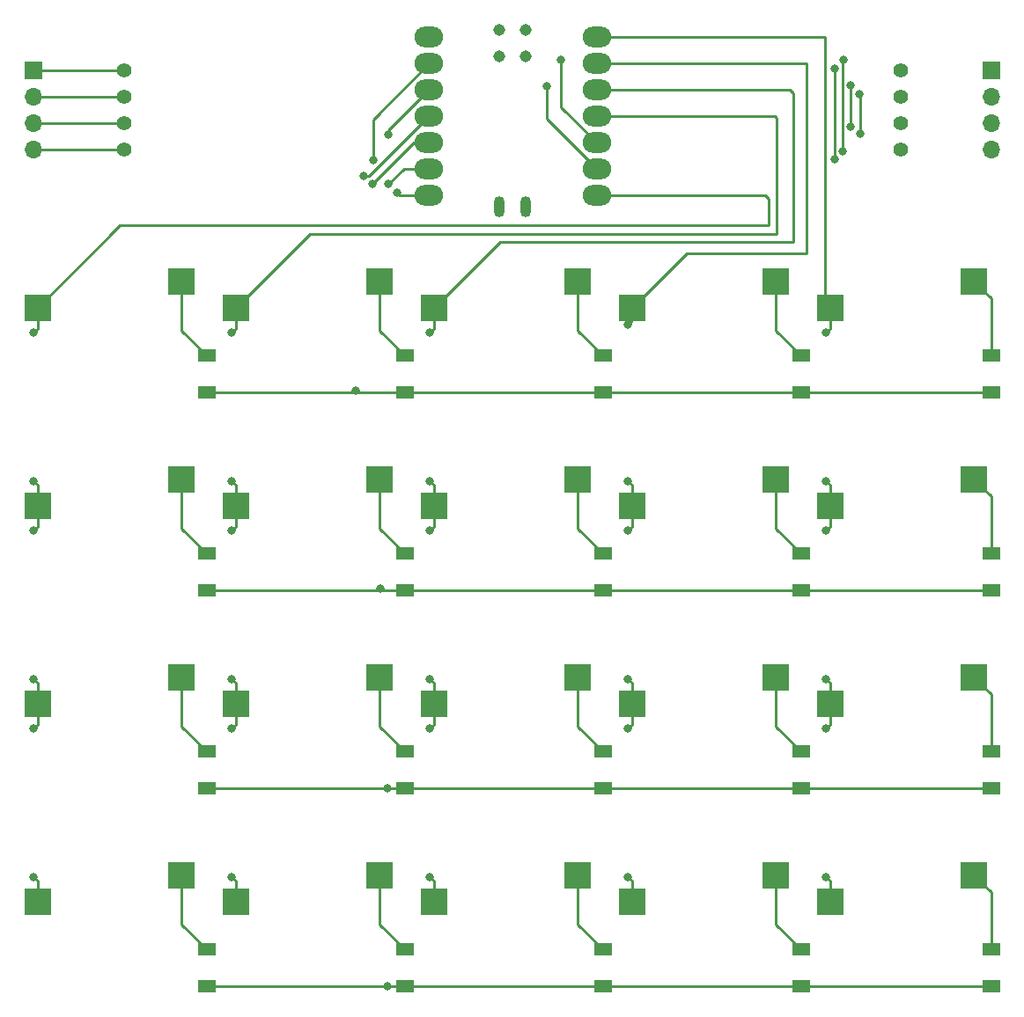
<source format=gbr>
%TF.GenerationSoftware,KiCad,Pcbnew,(6.0.4-0)*%
%TF.CreationDate,2022-07-24T18:31:06-05:00*%
%TF.ProjectId,beyblock20,62657962-6c6f-4636-9b32-302e6b696361,rev?*%
%TF.SameCoordinates,Original*%
%TF.FileFunction,Copper,L2,Bot*%
%TF.FilePolarity,Positive*%
%FSLAX46Y46*%
G04 Gerber Fmt 4.6, Leading zero omitted, Abs format (unit mm)*
G04 Created by KiCad (PCBNEW (6.0.4-0)) date 2022-07-24 18:31:06*
%MOMM*%
%LPD*%
G01*
G04 APERTURE LIST*
%TA.AperFunction,ComponentPad*%
%ADD10C,1.397000*%
%TD*%
%TA.AperFunction,SMDPad,CuDef*%
%ADD11O,2.748280X1.998980*%
%TD*%
%TA.AperFunction,SMDPad,CuDef*%
%ADD12O,1.016000X2.032000*%
%TD*%
%TA.AperFunction,SMDPad,CuDef*%
%ADD13C,1.143000*%
%TD*%
%TA.AperFunction,SMDPad,CuDef*%
%ADD14R,2.550000X2.500000*%
%TD*%
%TA.AperFunction,ComponentPad*%
%ADD15O,1.700000X1.700000*%
%TD*%
%TA.AperFunction,ComponentPad*%
%ADD16R,1.700000X1.700000*%
%TD*%
%TA.AperFunction,SMDPad,CuDef*%
%ADD17R,1.700000X1.300000*%
%TD*%
%TA.AperFunction,ViaPad*%
%ADD18C,0.800000*%
%TD*%
%TA.AperFunction,Conductor*%
%ADD19C,0.250000*%
%TD*%
G04 APERTURE END LIST*
D10*
%TO.P,OL2,4,GND*%
%TO.N,gnd*%
X77787500Y-33972500D03*
%TO.P,OL2,3,VCC*%
%TO.N,3v3*%
X77787500Y-31432500D03*
%TO.P,OL2,2,SCL*%
%TO.N,scl*%
X77787500Y-28892500D03*
%TO.P,OL2,1,SDA*%
%TO.N,sda*%
X77787500Y-26352500D03*
%TD*%
D11*
%TO.P,U1,14,5V*%
%TO.N,unconnected-(U1-Pad14)*%
X107055480Y-23157180D03*
%TO.P,U1,13,GND*%
%TO.N,gnd*%
X107055480Y-25697180D03*
%TO.P,U1,12,3V3*%
%TO.N,3v3*%
X107055480Y-28237180D03*
%TO.P,U1,11,PA6_A10_D10_MOSI*%
%TO.N,row1*%
X107055480Y-30777180D03*
%TO.P,U1,10,PA5_A9_D9_MISO*%
%TO.N,row2*%
X107055480Y-33317180D03*
%TO.P,U1,9,PA7_A8_D8_SCK*%
%TO.N,row3*%
X107055480Y-35857180D03*
%TO.P,U1,8,PB09_A7_D7_RX*%
%TO.N,row4*%
X107055480Y-38397180D03*
%TO.P,U1,7,PB08_A6_D6_TX*%
%TO.N,col5*%
X123220040Y-38397180D03*
%TO.P,U1,6,PA9_A5_D5_SCL*%
%TO.N,scl*%
X123220040Y-35857180D03*
%TO.P,U1,5,PA8_A4_D4_SDA*%
%TO.N,sda*%
X123220040Y-33317180D03*
%TO.P,U1,4,PA11_A3_D3*%
%TO.N,col4*%
X123220040Y-30777180D03*
%TO.P,U1,3,PA10_A2_D2*%
%TO.N,col3*%
X123220040Y-28237180D03*
%TO.P,U1,2,PA4_A1_D1*%
%TO.N,col2*%
X123220040Y-25697180D03*
%TO.P,U1,1,PA02_A0_D0*%
%TO.N,col1*%
X123220040Y-23157180D03*
D12*
%TO.P,U1,15,5V*%
%TO.N,unconnected-(U1-Pad15)*%
X116353160Y-39475000D03*
%TO.P,U1,16,GND*%
%TO.N,unconnected-(U1-Pad16)*%
X113803160Y-39475000D03*
D13*
%TO.P,U1,17,PA31_SWDIO*%
%TO.N,unconnected-(U1-Pad17)*%
X116354357Y-22470813D03*
%TO.P,U1,18,PA30_SWCLK*%
%TO.N,unconnected-(U1-Pad18)*%
X113814357Y-22470813D03*
%TO.P,U1,19,RESET*%
%TO.N,unconnected-(U1-Pad19)*%
X116354357Y-25010813D03*
%TO.P,U1,20,GND*%
%TO.N,unconnected-(U1-Pad20)*%
X113814357Y-25010813D03*
%TD*%
D14*
%TO.P,SW20,2,B*%
%TO.N,col5*%
X69433750Y-106347500D03*
%TO.P,SW20,1,A*%
%TO.N,Net-(D20-Pad2)*%
X83283750Y-103807500D03*
%TD*%
%TO.P,SW19,2,B*%
%TO.N,col4*%
X88483750Y-106347500D03*
%TO.P,SW19,1,A*%
%TO.N,Net-(D19-Pad2)*%
X102333750Y-103807500D03*
%TD*%
%TO.P,SW18,2,B*%
%TO.N,col3*%
X107533750Y-106347500D03*
%TO.P,SW18,1,A*%
%TO.N,Net-(D18-Pad2)*%
X121383750Y-103807500D03*
%TD*%
%TO.P,SW17,2,B*%
%TO.N,col2*%
X126583750Y-106347500D03*
%TO.P,SW17,1,A*%
%TO.N,Net-(D17-Pad2)*%
X140433750Y-103807500D03*
%TD*%
%TO.P,SW16,2,B*%
%TO.N,col1*%
X145633750Y-106347500D03*
%TO.P,SW16,1,A*%
%TO.N,Net-(D16-Pad2)*%
X159483750Y-103807500D03*
%TD*%
%TO.P,SW15,2,B*%
%TO.N,col5*%
X69433750Y-87297500D03*
%TO.P,SW15,1,A*%
%TO.N,Net-(D15-Pad2)*%
X83283750Y-84757500D03*
%TD*%
%TO.P,SW14,2,B*%
%TO.N,col4*%
X88483750Y-87297500D03*
%TO.P,SW14,1,A*%
%TO.N,Net-(D14-Pad2)*%
X102333750Y-84757500D03*
%TD*%
%TO.P,SW13,2,B*%
%TO.N,col3*%
X107533750Y-87297500D03*
%TO.P,SW13,1,A*%
%TO.N,Net-(D13-Pad2)*%
X121383750Y-84757500D03*
%TD*%
%TO.P,SW12,2,B*%
%TO.N,col2*%
X126583750Y-87297500D03*
%TO.P,SW12,1,A*%
%TO.N,Net-(D12-Pad2)*%
X140433750Y-84757500D03*
%TD*%
%TO.P,SW11,2,B*%
%TO.N,col1*%
X145633750Y-87297500D03*
%TO.P,SW11,1,A*%
%TO.N,Net-(D11-Pad2)*%
X159483750Y-84757500D03*
%TD*%
%TO.P,SW10,2,B*%
%TO.N,col5*%
X69433750Y-68247500D03*
%TO.P,SW10,1,A*%
%TO.N,Net-(D10-Pad2)*%
X83283750Y-65707500D03*
%TD*%
%TO.P,SW9,2,B*%
%TO.N,col4*%
X88483750Y-68247500D03*
%TO.P,SW9,1,A*%
%TO.N,Net-(D9-Pad2)*%
X102333750Y-65707500D03*
%TD*%
%TO.P,SW8,2,B*%
%TO.N,col3*%
X107533750Y-68247500D03*
%TO.P,SW8,1,A*%
%TO.N,Net-(D8-Pad2)*%
X121383750Y-65707500D03*
%TD*%
%TO.P,SW7,2,B*%
%TO.N,col2*%
X126583750Y-68247500D03*
%TO.P,SW7,1,A*%
%TO.N,Net-(D7-Pad2)*%
X140433750Y-65707500D03*
%TD*%
%TO.P,SW6,2,B*%
%TO.N,col1*%
X145633750Y-68247500D03*
%TO.P,SW6,1,A*%
%TO.N,Net-(D6-Pad2)*%
X159483750Y-65707500D03*
%TD*%
%TO.P,SW5,2,B*%
%TO.N,col5*%
X69433750Y-49197500D03*
%TO.P,SW5,1,A*%
%TO.N,Net-(D5-Pad2)*%
X83283750Y-46657500D03*
%TD*%
%TO.P,SW4,2,B*%
%TO.N,col4*%
X88483750Y-49197500D03*
%TO.P,SW4,1,A*%
%TO.N,Net-(D4-Pad2)*%
X102333750Y-46657500D03*
%TD*%
%TO.P,SW3,2,B*%
%TO.N,col3*%
X107533750Y-49197500D03*
%TO.P,SW3,1,A*%
%TO.N,Net-(D3-Pad2)*%
X121383750Y-46657500D03*
%TD*%
%TO.P,SW2,2,B*%
%TO.N,col2*%
X126583750Y-49197500D03*
%TO.P,SW2,1,A*%
%TO.N,Net-(D2-Pad2)*%
X140433750Y-46657500D03*
%TD*%
%TO.P,SW1,2,B*%
%TO.N,col1*%
X145633750Y-49197500D03*
%TO.P,SW1,1,A*%
%TO.N,Net-(D1-Pad2)*%
X159483750Y-46657500D03*
%TD*%
D10*
%TO.P,OL1,4,GND*%
%TO.N,gnd*%
X152400000Y-26352500D03*
%TO.P,OL1,3,VCC*%
%TO.N,3v3*%
X152400000Y-28892500D03*
%TO.P,OL1,2,SCL*%
%TO.N,scl*%
X152400000Y-31432500D03*
%TO.P,OL1,1,SDA*%
%TO.N,sda*%
X152400000Y-33972500D03*
%TD*%
D15*
%TO.P,J2,4,Pin_4*%
%TO.N,gnd*%
X161131250Y-33982500D03*
%TO.P,J2,3,Pin_3*%
%TO.N,3v3*%
X161131250Y-31442500D03*
%TO.P,J2,2,Pin_2*%
%TO.N,scl*%
X161131250Y-28902500D03*
D16*
%TO.P,J2,1,Pin_1*%
%TO.N,sda*%
X161131250Y-26362500D03*
%TD*%
D15*
%TO.P,J1,4,Pin_4*%
%TO.N,gnd*%
X69056250Y-33982500D03*
%TO.P,J1,3,Pin_3*%
%TO.N,3v3*%
X69056250Y-31442500D03*
%TO.P,J1,2,Pin_2*%
%TO.N,scl*%
X69056250Y-28902500D03*
D16*
%TO.P,J1,1,Pin_1*%
%TO.N,sda*%
X69056250Y-26362500D03*
%TD*%
D17*
%TO.P,D20,1,K*%
%TO.N,row4*%
X85725000Y-114462500D03*
%TO.P,D20,2,A*%
%TO.N,Net-(D20-Pad2)*%
X85725000Y-110962500D03*
%TD*%
%TO.P,D19,1,K*%
%TO.N,row4*%
X104775000Y-114462500D03*
%TO.P,D19,2,A*%
%TO.N,Net-(D19-Pad2)*%
X104775000Y-110962500D03*
%TD*%
%TO.P,D18,1,K*%
%TO.N,row4*%
X123825000Y-114462500D03*
%TO.P,D18,2,A*%
%TO.N,Net-(D18-Pad2)*%
X123825000Y-110962500D03*
%TD*%
%TO.P,D17,1,K*%
%TO.N,row4*%
X142875000Y-114462500D03*
%TO.P,D17,2,A*%
%TO.N,Net-(D17-Pad2)*%
X142875000Y-110962500D03*
%TD*%
%TO.P,D16,1,K*%
%TO.N,row4*%
X161131250Y-114462500D03*
%TO.P,D16,2,A*%
%TO.N,Net-(D16-Pad2)*%
X161131250Y-110962500D03*
%TD*%
%TO.P,D15,1,K*%
%TO.N,row3*%
X85725000Y-95412500D03*
%TO.P,D15,2,A*%
%TO.N,Net-(D15-Pad2)*%
X85725000Y-91912500D03*
%TD*%
%TO.P,D14,1,K*%
%TO.N,row3*%
X104775000Y-95412500D03*
%TO.P,D14,2,A*%
%TO.N,Net-(D14-Pad2)*%
X104775000Y-91912500D03*
%TD*%
%TO.P,D13,1,K*%
%TO.N,row3*%
X123825000Y-95412500D03*
%TO.P,D13,2,A*%
%TO.N,Net-(D13-Pad2)*%
X123825000Y-91912500D03*
%TD*%
%TO.P,D12,1,K*%
%TO.N,row3*%
X142875000Y-95412500D03*
%TO.P,D12,2,A*%
%TO.N,Net-(D12-Pad2)*%
X142875000Y-91912500D03*
%TD*%
%TO.P,D11,1,K*%
%TO.N,row3*%
X161131250Y-95412500D03*
%TO.P,D11,2,A*%
%TO.N,Net-(D11-Pad2)*%
X161131250Y-91912500D03*
%TD*%
%TO.P,D10,1,K*%
%TO.N,row2*%
X85725000Y-76362500D03*
%TO.P,D10,2,A*%
%TO.N,Net-(D10-Pad2)*%
X85725000Y-72862500D03*
%TD*%
%TO.P,D9,1,K*%
%TO.N,row2*%
X104775000Y-76362500D03*
%TO.P,D9,2,A*%
%TO.N,Net-(D9-Pad2)*%
X104775000Y-72862500D03*
%TD*%
%TO.P,D8,1,K*%
%TO.N,row2*%
X123825000Y-76362500D03*
%TO.P,D8,2,A*%
%TO.N,Net-(D8-Pad2)*%
X123825000Y-72862500D03*
%TD*%
%TO.P,D7,1,K*%
%TO.N,row2*%
X142875000Y-76362500D03*
%TO.P,D7,2,A*%
%TO.N,Net-(D7-Pad2)*%
X142875000Y-72862500D03*
%TD*%
%TO.P,D6,1,K*%
%TO.N,row2*%
X161131250Y-76362500D03*
%TO.P,D6,2,A*%
%TO.N,Net-(D6-Pad2)*%
X161131250Y-72862500D03*
%TD*%
%TO.P,D5,1,K*%
%TO.N,row1*%
X85725000Y-57312500D03*
%TO.P,D5,2,A*%
%TO.N,Net-(D5-Pad2)*%
X85725000Y-53812500D03*
%TD*%
%TO.P,D4,1,K*%
%TO.N,row1*%
X104775000Y-57312500D03*
%TO.P,D4,2,A*%
%TO.N,Net-(D4-Pad2)*%
X104775000Y-53812500D03*
%TD*%
%TO.P,D3,1,K*%
%TO.N,row1*%
X123825000Y-57312500D03*
%TO.P,D3,2,A*%
%TO.N,Net-(D3-Pad2)*%
X123825000Y-53812500D03*
%TD*%
%TO.P,D2,2,A*%
%TO.N,Net-(D2-Pad2)*%
X142875000Y-53812500D03*
%TO.P,D2,1,K*%
%TO.N,row1*%
X142875000Y-57312500D03*
%TD*%
%TO.P,D1,2,A*%
%TO.N,Net-(D1-Pad2)*%
X161131250Y-53812500D03*
%TO.P,D1,1,K*%
%TO.N,row1*%
X161131250Y-57312500D03*
%TD*%
D18*
%TO.N,row4*%
X103981250Y-38100000D03*
X103025000Y-114462500D03*
%TO.N,row3*%
X103187500Y-37306250D03*
X103025000Y-95412500D03*
%TO.N,row2*%
X102393750Y-76200000D03*
X101600000Y-37306250D03*
%TO.N,row1*%
X100012500Y-57150000D03*
X100806250Y-36512500D03*
%TO.N,gnd*%
X146050000Y-26193750D03*
X146050000Y-34925000D03*
%TO.N,3v3*%
X148431250Y-28593989D03*
X148519489Y-32455511D03*
%TO.N,scl*%
X147637500Y-31731011D03*
X147637500Y-27781250D03*
%TO.N,sda*%
X146843750Y-34131250D03*
X146914261Y-25329489D03*
%TO.N,scl*%
X118356989Y-27869489D03*
%TO.N,sda*%
X119785739Y-25329489D03*
%TO.N,gnd*%
X101670511Y-34995511D03*
%TO.N,3v3*%
X103187500Y-32543750D03*
%TO.N,col1*%
X145256250Y-51593750D03*
X145256250Y-65881250D03*
X145256250Y-70643750D03*
X145256250Y-84931250D03*
X145256250Y-89693750D03*
X145256250Y-103981250D03*
%TO.N,col2*%
X126206250Y-103981250D03*
X126206250Y-89693750D03*
X126206250Y-70643750D03*
X126206250Y-84931250D03*
X126206250Y-65881250D03*
X126206250Y-50800000D03*
%TO.N,col3*%
X107156250Y-51593750D03*
X107156250Y-65881250D03*
X107156250Y-70643750D03*
X107156250Y-84931250D03*
X107156250Y-89693750D03*
X107156250Y-103981250D03*
%TO.N,col4*%
X88106250Y-51593750D03*
X88106250Y-65881250D03*
X88106250Y-70643750D03*
X88106250Y-84931250D03*
X88106250Y-89693750D03*
X88106250Y-103981250D03*
%TO.N,col5*%
X69056250Y-51593750D03*
X69056250Y-65881250D03*
X69056250Y-70643750D03*
X69056250Y-84931250D03*
X69056250Y-89693750D03*
X69056250Y-103981250D03*
%TD*%
D19*
%TO.N,row4*%
X107055480Y-38397180D02*
X104278430Y-38397180D01*
X104278430Y-38397180D02*
X103981250Y-38100000D01*
X103025000Y-114462500D02*
X85725000Y-114462500D01*
X104775000Y-114462500D02*
X103025000Y-114462500D01*
%TO.N,row3*%
X85725000Y-95412500D02*
X103025000Y-95412500D01*
X107055480Y-35857180D02*
X104636570Y-35857180D01*
X104636570Y-35857180D02*
X103187500Y-37306250D01*
X103025000Y-95412500D02*
X104775000Y-95412500D01*
%TO.N,row2*%
X105589070Y-33317180D02*
X101600000Y-37306250D01*
X107055480Y-33317180D02*
X105589070Y-33317180D01*
%TO.N,row1*%
X101320160Y-36512500D02*
X100806250Y-36512500D01*
X107055480Y-30777180D02*
X101320160Y-36512500D01*
%TO.N,col5*%
X139700000Y-38694360D02*
X139700000Y-41275000D01*
X123220040Y-38397180D02*
X139402820Y-38397180D01*
X139700000Y-41275000D02*
X77356250Y-41275000D01*
X139402820Y-38397180D02*
X139700000Y-38694360D01*
X77356250Y-41275000D02*
X69433750Y-49197500D01*
%TO.N,col4*%
X140493750Y-30956250D02*
X140493750Y-42068750D01*
X95612500Y-42068750D02*
X88483750Y-49197500D01*
X123220040Y-30777180D02*
X140314680Y-30777180D01*
X140314680Y-30777180D02*
X140493750Y-30956250D01*
X140493750Y-42068750D02*
X95612500Y-42068750D01*
%TO.N,col3*%
X142081250Y-28575000D02*
X142081250Y-42862500D01*
X123220040Y-28237180D02*
X141743430Y-28237180D01*
X141743430Y-28237180D02*
X142081250Y-28575000D01*
X142081250Y-42862500D02*
X113868750Y-42862500D01*
X113868750Y-42862500D02*
X107533750Y-49197500D01*
%TO.N,col2*%
X143371570Y-25697180D02*
X143371570Y-43953430D01*
X131827820Y-43953430D02*
X126583750Y-49197500D01*
X123220040Y-25697180D02*
X143371570Y-25697180D01*
X143371570Y-43953430D02*
X131827820Y-43953430D01*
%TO.N,col1*%
X123220040Y-23157180D02*
X145117820Y-23157180D01*
X145117820Y-23157180D02*
X145117820Y-48681570D01*
X145117820Y-48681570D02*
X145633750Y-49197500D01*
%TO.N,gnd*%
X146050000Y-34925000D02*
X146050000Y-26193750D01*
%TO.N,3v3*%
X148519489Y-28682228D02*
X148431250Y-28593989D01*
X148519489Y-32455511D02*
X148519489Y-28682228D01*
%TO.N,scl*%
X147637500Y-27781250D02*
X147637500Y-31731011D01*
%TO.N,sda*%
X146843750Y-25400000D02*
X146843750Y-34131250D01*
X146914261Y-25329489D02*
X146843750Y-25400000D01*
%TO.N,scl*%
X118356989Y-27869489D02*
X118356989Y-30994129D01*
X118356989Y-30994129D02*
X123220040Y-35857180D01*
%TO.N,sda*%
X119785739Y-25329489D02*
X119785739Y-29882879D01*
X119785739Y-29882879D02*
X123220040Y-33317180D01*
%TO.N,gnd*%
X101670511Y-34995511D02*
X101670511Y-31082149D01*
X101670511Y-31082149D02*
X107055480Y-25697180D01*
%TO.N,3v3*%
X103187500Y-32543750D02*
X103187500Y-32105160D01*
X103187500Y-32105160D02*
X107055480Y-28237180D01*
%TO.N,gnd*%
X69056250Y-33982500D02*
X77777500Y-33982500D01*
X77777500Y-33982500D02*
X77787500Y-33972500D01*
%TO.N,3v3*%
X69056250Y-31442500D02*
X77777500Y-31442500D01*
X77777500Y-31442500D02*
X77787500Y-31432500D01*
%TO.N,scl*%
X69056250Y-28902500D02*
X77777500Y-28902500D01*
X77777500Y-28902500D02*
X77787500Y-28892500D01*
%TO.N,sda*%
X69056250Y-26362500D02*
X77777500Y-26362500D01*
X77777500Y-26362500D02*
X77787500Y-26352500D01*
%TO.N,col1*%
X145633750Y-68247500D02*
X145633750Y-66258750D01*
X145633750Y-66258750D02*
X145256250Y-65881250D01*
X145256250Y-51593750D02*
X145633750Y-51216250D01*
X145633750Y-51216250D02*
X145633750Y-49197500D01*
X145633750Y-87297500D02*
X145633750Y-85308750D01*
X145256250Y-70643750D02*
X145633750Y-70266250D01*
X145633750Y-85308750D02*
X145256250Y-84931250D01*
X145633750Y-70266250D02*
X145633750Y-68247500D01*
X145633750Y-106347500D02*
X145633750Y-104358750D01*
X145633750Y-104358750D02*
X145256250Y-103981250D01*
X145256250Y-89693750D02*
X145633750Y-89316250D01*
X145633750Y-89316250D02*
X145633750Y-87297500D01*
%TO.N,col2*%
X126583750Y-87297500D02*
X126583750Y-89316250D01*
X126583750Y-89316250D02*
X126206250Y-89693750D01*
X126206250Y-103981250D02*
X126583750Y-104358750D01*
X126583750Y-104358750D02*
X126583750Y-106347500D01*
X126583750Y-68247500D02*
X126583750Y-70266250D01*
X126583750Y-70266250D02*
X126206250Y-70643750D01*
X126206250Y-84931250D02*
X126583750Y-85308750D01*
X126583750Y-85308750D02*
X126583750Y-87297500D01*
X126583750Y-49197500D02*
X126583750Y-50422500D01*
X126583750Y-50422500D02*
X126206250Y-50800000D01*
X126583750Y-66258750D02*
X126583750Y-68247500D01*
X126206250Y-65881250D02*
X126583750Y-66258750D01*
%TO.N,col3*%
X107533750Y-68247500D02*
X107533750Y-66258750D01*
X107533750Y-66258750D02*
X107156250Y-65881250D01*
X107156250Y-51593750D02*
X107533750Y-51216250D01*
X107533750Y-51216250D02*
X107533750Y-49197500D01*
X107533750Y-87297500D02*
X107533750Y-85308750D01*
X107533750Y-85308750D02*
X107156250Y-84931250D01*
X107156250Y-70643750D02*
X107533750Y-70266250D01*
X107533750Y-70266250D02*
X107533750Y-68247500D01*
X107533750Y-89316250D02*
X107533750Y-87297500D01*
X107533750Y-106347500D02*
X107533750Y-104358750D01*
X107533750Y-104358750D02*
X107156250Y-103981250D01*
X107156250Y-89693750D02*
X107533750Y-89316250D01*
%TO.N,col4*%
X88483750Y-68247500D02*
X88483750Y-66258750D01*
X88483750Y-66258750D02*
X88106250Y-65881250D01*
X88106250Y-51593750D02*
X88483750Y-51216250D01*
X88483750Y-51216250D02*
X88483750Y-49197500D01*
X88483750Y-87297500D02*
X88483750Y-85308750D01*
X88483750Y-70266250D02*
X88483750Y-68247500D01*
X88483750Y-85308750D02*
X88106250Y-84931250D01*
X88106250Y-70643750D02*
X88483750Y-70266250D01*
X88106250Y-89693750D02*
X88483750Y-89316250D01*
X88483750Y-106347500D02*
X88483750Y-104358750D01*
X88483750Y-104358750D02*
X88106250Y-103981250D01*
X88483750Y-89316250D02*
X88483750Y-87297500D01*
%TO.N,col5*%
X69433750Y-68247500D02*
X69433750Y-66258750D01*
X69433750Y-51216250D02*
X69433750Y-49197500D01*
X69433750Y-66258750D02*
X69056250Y-65881250D01*
X69056250Y-51593750D02*
X69433750Y-51216250D01*
X69433750Y-70266250D02*
X69433750Y-68247500D01*
X69433750Y-85308750D02*
X69056250Y-84931250D01*
X69433750Y-87297500D02*
X69433750Y-85308750D01*
X69056250Y-70643750D02*
X69433750Y-70266250D01*
X69433750Y-106347500D02*
X69433750Y-104358750D01*
X69433750Y-104358750D02*
X69056250Y-103981250D01*
X69056250Y-89693750D02*
X69433750Y-89316250D01*
X69433750Y-89316250D02*
X69433750Y-87297500D01*
%TO.N,Net-(D5-Pad2)*%
X83283750Y-46657500D02*
X83283750Y-51371250D01*
X83283750Y-51371250D02*
X85725000Y-53812500D01*
%TO.N,Net-(D8-Pad2)*%
X121383750Y-65707500D02*
X121383750Y-70421250D01*
X121383750Y-70421250D02*
X123825000Y-72862500D01*
%TO.N,Net-(D9-Pad2)*%
X102333750Y-65707500D02*
X102333750Y-70421250D01*
X102333750Y-70421250D02*
X104775000Y-72862500D01*
%TO.N,Net-(D3-Pad2)*%
X121383750Y-46657500D02*
X121383750Y-51371250D01*
X121383750Y-51371250D02*
X123825000Y-53812500D01*
%TO.N,Net-(D4-Pad2)*%
X102333750Y-46657500D02*
X102333750Y-51371250D01*
X102333750Y-51371250D02*
X104775000Y-53812500D01*
%TO.N,Net-(D10-Pad2)*%
X83283750Y-65707500D02*
X83283750Y-70421250D01*
X83283750Y-70421250D02*
X85725000Y-72862500D01*
%TO.N,Net-(D14-Pad2)*%
X102333750Y-84757500D02*
X102333750Y-89471250D01*
X102333750Y-89471250D02*
X104775000Y-91912500D01*
%TO.N,Net-(D15-Pad2)*%
X83283750Y-84757500D02*
X83283750Y-89471250D01*
X83283750Y-89471250D02*
X85725000Y-91912500D01*
%TO.N,Net-(D13-Pad2)*%
X121383750Y-84757500D02*
X121383750Y-89471250D01*
X121383750Y-89471250D02*
X123825000Y-91912500D01*
%TO.N,Net-(D12-Pad2)*%
X140433750Y-84757500D02*
X140433750Y-89471250D01*
X140433750Y-89471250D02*
X142875000Y-91912500D01*
%TO.N,Net-(D7-Pad2)*%
X140433750Y-65707500D02*
X140433750Y-70421250D01*
X140433750Y-70421250D02*
X142875000Y-72862500D01*
%TO.N,Net-(D2-Pad2)*%
X140433750Y-46657500D02*
X140433750Y-51371250D01*
X140433750Y-51371250D02*
X142875000Y-53812500D01*
%TO.N,Net-(D1-Pad2)*%
X159483750Y-46657500D02*
X161131250Y-48305000D01*
X161131250Y-48305000D02*
X161131250Y-53812500D01*
%TO.N,Net-(D6-Pad2)*%
X159483750Y-65707500D02*
X161131250Y-67355000D01*
X161131250Y-67355000D02*
X161131250Y-72862500D01*
%TO.N,Net-(D11-Pad2)*%
X159483750Y-84757500D02*
X161131250Y-86405000D01*
X161131250Y-86405000D02*
X161131250Y-91912500D01*
%TO.N,Net-(D16-Pad2)*%
X159483750Y-103807500D02*
X161131250Y-105455000D01*
X161131250Y-105455000D02*
X161131250Y-110962500D01*
%TO.N,Net-(D17-Pad2)*%
X140433750Y-103807500D02*
X140433750Y-108521250D01*
X140433750Y-108521250D02*
X142875000Y-110962500D01*
%TO.N,Net-(D18-Pad2)*%
X121383750Y-103807500D02*
X121383750Y-108521250D01*
X121383750Y-108521250D02*
X123825000Y-110962500D01*
%TO.N,Net-(D19-Pad2)*%
X102333750Y-103807500D02*
X102333750Y-108521250D01*
X102333750Y-108521250D02*
X104775000Y-110962500D01*
%TO.N,Net-(D20-Pad2)*%
X83283750Y-103807500D02*
X83283750Y-108521250D01*
X83283750Y-108521250D02*
X85725000Y-110962500D01*
%TO.N,row4*%
X123825000Y-114462500D02*
X104775000Y-114462500D01*
X142875000Y-114462500D02*
X123825000Y-114462500D01*
X161131250Y-114462500D02*
X142875000Y-114462500D01*
%TO.N,row3*%
X142875000Y-95412500D02*
X161131250Y-95412500D01*
X123825000Y-95412500D02*
X142875000Y-95412500D01*
X104775000Y-95412500D02*
X123825000Y-95412500D01*
%TO.N,row2*%
X104775000Y-76362500D02*
X85725000Y-76362500D01*
X123825000Y-76362500D02*
X104775000Y-76362500D01*
X142875000Y-76362500D02*
X123825000Y-76362500D01*
X161131250Y-76362500D02*
X142875000Y-76362500D01*
%TO.N,row1*%
X142875000Y-57312500D02*
X161131250Y-57312500D01*
X123825000Y-57312500D02*
X142875000Y-57312500D01*
X104775000Y-57312500D02*
X123825000Y-57312500D01*
X85725000Y-57312500D02*
X104775000Y-57312500D01*
%TD*%
M02*

</source>
